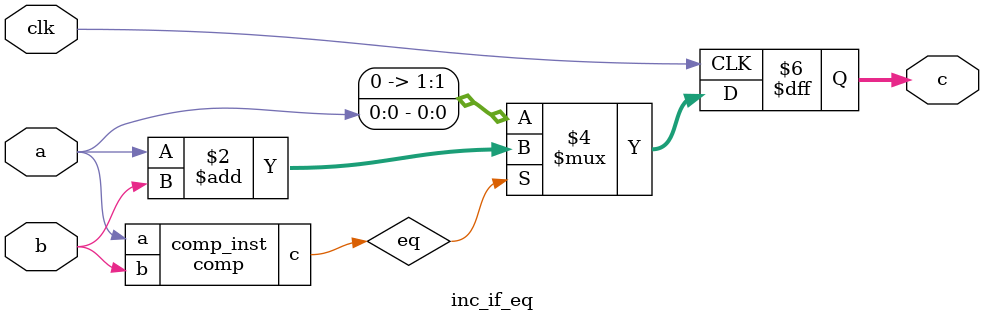
<source format=v>
module comp (
    input wire a,
    input wire b,
    output wire c
);

assign c = (a == b);

endmodule

module inc_if_eq (
    input wire clk,
    input wire a,
    input wire b,
    output reg [1:0] c
);

wire eq;

comp comp_inst (
    .a(a),
    .b(b),
    .c(eq)
);

always @(posedge clk) begin
    c <= eq ? (a + b) : a;
end

endmodule
</source>
